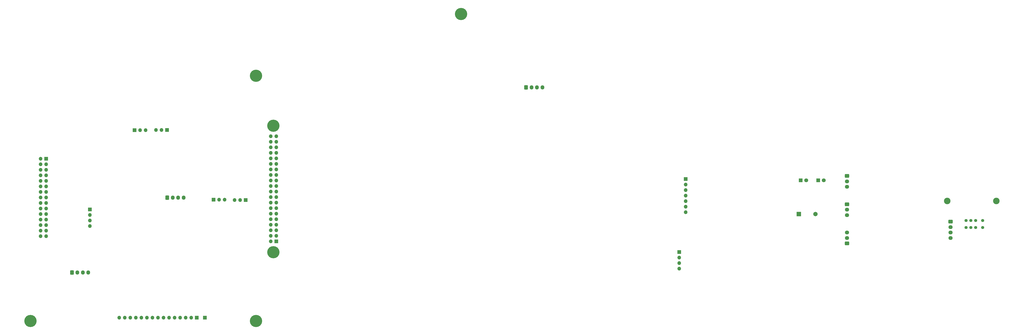
<source format=gbr>
%TF.GenerationSoftware,KiCad,Pcbnew,8.0.3-8.0.3-0~ubuntu22.04.1*%
%TF.CreationDate,2024-07-11T11:22:03+05:30*%
%TF.ProjectId,DUT_Interface_board_v0.2,4455545f-496e-4746-9572-666163655f62,rev?*%
%TF.SameCoordinates,Original*%
%TF.FileFunction,Copper,L2,Inr*%
%TF.FilePolarity,Positive*%
%FSLAX46Y46*%
G04 Gerber Fmt 4.6, Leading zero omitted, Abs format (unit mm)*
G04 Created by KiCad (PCBNEW 8.0.3-8.0.3-0~ubuntu22.04.1) date 2024-07-11 11:22:03*
%MOMM*%
%LPD*%
G01*
G04 APERTURE LIST*
G04 Aperture macros list*
%AMRoundRect*
0 Rectangle with rounded corners*
0 $1 Rounding radius*
0 $2 $3 $4 $5 $6 $7 $8 $9 X,Y pos of 4 corners*
0 Add a 4 corners polygon primitive as box body*
4,1,4,$2,$3,$4,$5,$6,$7,$8,$9,$2,$3,0*
0 Add four circle primitives for the rounded corners*
1,1,$1+$1,$2,$3*
1,1,$1+$1,$4,$5*
1,1,$1+$1,$6,$7*
1,1,$1+$1,$8,$9*
0 Add four rect primitives between the rounded corners*
20,1,$1+$1,$2,$3,$4,$5,0*
20,1,$1+$1,$4,$5,$6,$7,0*
20,1,$1+$1,$6,$7,$8,$9,0*
20,1,$1+$1,$8,$9,$2,$3,0*%
G04 Aperture macros list end*
%TA.AperFunction,ComponentPad*%
%ADD10RoundRect,0.250000X-0.600000X-0.725000X0.600000X-0.725000X0.600000X0.725000X-0.600000X0.725000X0*%
%TD*%
%TA.AperFunction,ComponentPad*%
%ADD11O,1.700000X1.950000*%
%TD*%
%TA.AperFunction,ComponentPad*%
%ADD12C,1.400000*%
%TD*%
%TA.AperFunction,ComponentPad*%
%ADD13C,5.600000*%
%TD*%
%TA.AperFunction,ComponentPad*%
%ADD14R,1.700000X1.700000*%
%TD*%
%TA.AperFunction,ComponentPad*%
%ADD15O,1.700000X1.700000*%
%TD*%
%TA.AperFunction,ComponentPad*%
%ADD16R,1.800000X1.800000*%
%TD*%
%TA.AperFunction,ComponentPad*%
%ADD17C,1.800000*%
%TD*%
%TA.AperFunction,ComponentPad*%
%ADD18RoundRect,0.250000X-0.725000X0.600000X-0.725000X-0.600000X0.725000X-0.600000X0.725000X0.600000X0*%
%TD*%
%TA.AperFunction,ComponentPad*%
%ADD19O,1.950000X1.700000*%
%TD*%
%TA.AperFunction,ComponentPad*%
%ADD20C,3.000000*%
%TD*%
%TA.AperFunction,ComponentPad*%
%ADD21RoundRect,0.250000X0.725000X-0.600000X0.725000X0.600000X-0.725000X0.600000X-0.725000X-0.600000X0*%
%TD*%
%TA.AperFunction,ComponentPad*%
%ADD22R,2.000000X2.000000*%
%TD*%
%TA.AperFunction,ComponentPad*%
%ADD23C,2.000000*%
%TD*%
G04 APERTURE END LIST*
D10*
%TO.N,+3V3*%
%TO.C,J17*%
X110950000Y-125310000D03*
D11*
%TO.N,/RP2040_basic_schema/TX*%
X113450000Y-125310000D03*
%TO.N,/RP2040_basic_schema/RX*%
X115950000Y-125310000D03*
%TO.N,GND*%
X118450000Y-125310000D03*
%TD*%
D12*
%TO.N,VSYS*%
%TO.C,K1*%
X528700000Y-101500000D03*
%TO.N,/PP_OUT*%
X525500000Y-101500000D03*
%TO.N,Net-(F1-Pad1)*%
X523300000Y-101500000D03*
%TO.N,+3.6V*%
X521100000Y-101500000D03*
%TO.N,GND*%
X521100000Y-104700000D03*
%TO.N,/pwr_GND*%
X523300000Y-104700000D03*
%TO.N,/PP_GND*%
X525500000Y-104700000D03*
%TO.N,Net-(D1-A)*%
X528700000Y-104700000D03*
%TD*%
D10*
%TO.N,/sens_SCL_ext*%
%TO.C,J10*%
X319292500Y-40320000D03*
D11*
%TO.N,/sens_SDA_ext*%
X321792500Y-40320000D03*
%TO.N,/V_I2C*%
X324292500Y-40320000D03*
%TO.N,GND*%
X326792500Y-40320000D03*
%TD*%
D13*
%TO.N,unconnected-(H1-Pad1)*%
%TO.C,H1*%
X289468000Y-6606600D03*
%TD*%
D10*
%TO.N,+3V3*%
%TO.C,J19*%
X154679000Y-90982800D03*
D11*
%TO.N,/RP2040_basic_schema1/TX*%
X157179000Y-90982800D03*
%TO.N,/RP2040_basic_schema1/RX*%
X159679000Y-90982800D03*
%TO.N,GND*%
X162179000Y-90982800D03*
%TD*%
D14*
%TO.N,GNDA*%
%TO.C,J5*%
X99160000Y-73090000D03*
D15*
%TO.N,/1+*%
X96620000Y-73090000D03*
%TO.N,GNDA*%
X99160000Y-75630000D03*
%TO.N,/2+*%
X96620000Y-75630000D03*
%TO.N,GND*%
X99160000Y-78170000D03*
X96620000Y-78170000D03*
%TO.N,/V-*%
X99160000Y-80710000D03*
%TO.N,/V+*%
X96620000Y-80710000D03*
%TO.N,/W2*%
X99160000Y-83250000D03*
%TO.N,/W1*%
X96620000Y-83250000D03*
%TO.N,GND*%
X99160000Y-85790000D03*
X96620000Y-85790000D03*
%TO.N,/T2*%
X99160000Y-88330000D03*
%TO.N,/T1*%
X96620000Y-88330000D03*
%TO.N,/DIO8*%
X99160000Y-90870000D03*
%TO.N,/DIO0*%
X96620000Y-90870000D03*
%TO.N,/DIO9*%
X99160000Y-93410000D03*
%TO.N,/DIO1*%
X96620000Y-93410000D03*
%TO.N,/DIO10*%
X99160000Y-95950000D03*
%TO.N,/DIO2*%
X96620000Y-95950000D03*
%TO.N,/DIO11*%
X99160000Y-98490000D03*
%TO.N,/DIO3*%
X96620000Y-98490000D03*
%TO.N,/DIO12*%
X99160000Y-101030000D03*
%TO.N,/DIO4*%
X96620000Y-101030000D03*
%TO.N,/DIO13*%
X99160000Y-103570000D03*
%TO.N,/DIO5*%
X96620000Y-103570000D03*
%TO.N,/DIO14*%
X99160000Y-106110000D03*
%TO.N,/DIO6*%
X96620000Y-106110000D03*
%TO.N,/DIO15*%
X99160000Y-108650000D03*
%TO.N,/DIO7*%
X96620000Y-108650000D03*
%TD*%
D13*
%TO.N,unconnected-(H2-Pad1)*%
%TO.C,H2*%
X203395000Y-116030000D03*
%TD*%
%TO.N,unconnected-(H3-Pad1)*%
%TO.C,H3*%
X203370000Y-57928221D03*
%TD*%
%TO.N,unconnected-(H5-Pad1)*%
%TO.C,H5*%
X195376800Y-147574000D03*
%TD*%
D14*
%TO.N,unconnected-(J4-3V3-Pad1)*%
%TO.C,J4*%
X204670000Y-111070000D03*
D15*
%TO.N,RPi_5V*%
X202130000Y-111070000D03*
%TO.N,Net-(J4-SDA{slash}GPIO2)*%
X204670000Y-108530000D03*
%TO.N,RPi_5V*%
X202130000Y-108530000D03*
%TO.N,Net-(J4-SCL{slash}GPIO3)*%
X204670000Y-105990000D03*
%TO.N,GND*%
X202130000Y-105990000D03*
%TO.N,unconnected-(J4-GCLK0{slash}GPIO4-Pad7)*%
X204670000Y-103450000D03*
%TO.N,/PicoA_RX0_OUT*%
X202130000Y-103450000D03*
%TO.N,GND*%
X204670000Y-100910000D03*
%TO.N,/PicoA_TX0_OUT*%
X202130000Y-100910000D03*
%TO.N,unconnected-(J4-GPIO17-Pad11)*%
X204670000Y-98370000D03*
%TO.N,Net-(J4-GPIO18{slash}PWM0)*%
X202130000Y-98370000D03*
%TO.N,Net-(J4-GPIO27)*%
X204670000Y-95830000D03*
%TO.N,GND*%
X202130000Y-95830000D03*
%TO.N,Net-(J4-GPIO22)*%
X204670000Y-93290000D03*
%TO.N,Net-(J4-GPIO23)*%
X202130000Y-93290000D03*
%TO.N,unconnected-(J4-3V3-Pad17)*%
X204670000Y-90750000D03*
%TO.N,Net-(J4-GPIO24)*%
X202130000Y-90750000D03*
%TO.N,unconnected-(J4-MOSI0{slash}GPIO10-Pad19)*%
X204670000Y-88210000D03*
%TO.N,GND*%
X202130000Y-88210000D03*
%TO.N,unconnected-(J4-MISO0{slash}GPIO9-Pad21)*%
X204670000Y-85670000D03*
%TO.N,Net-(J4-GPIO25)*%
X202130000Y-85670000D03*
%TO.N,unconnected-(J4-SCLK0{slash}GPIO11-Pad23)*%
X204670000Y-83130000D03*
%TO.N,unconnected-(J4-~{CE0}{slash}GPIO8-Pad24)*%
X202130000Y-83130000D03*
%TO.N,GND*%
X204670000Y-80590000D03*
%TO.N,unconnected-(J4-~{CE1}{slash}GPIO7-Pad26)*%
X202130000Y-80590000D03*
%TO.N,/PicoB_RX0_OUT*%
X204670000Y-78050000D03*
%TO.N,/PicoB_TX0_OUT*%
X202130000Y-78050000D03*
%TO.N,unconnected-(J4-GCLK1{slash}GPIO5-Pad29)*%
X204670000Y-75510000D03*
%TO.N,GND*%
X202130000Y-75510000D03*
%TO.N,unconnected-(J4-GCLK2{slash}GPIO6-Pad31)*%
X204670000Y-72970000D03*
%TO.N,unconnected-(J4-PWM0{slash}GPIO12-Pad32)*%
X202130000Y-72970000D03*
%TO.N,unconnected-(J4-PWM1{slash}GPIO13-Pad33)*%
X204670000Y-70430000D03*
%TO.N,GND*%
X202130000Y-70430000D03*
%TO.N,unconnected-(J4-GPIO19{slash}MISO1-Pad35)*%
X204670000Y-67890000D03*
%TO.N,unconnected-(J4-GPIO16-Pad36)*%
X202130000Y-67890000D03*
%TO.N,Net-(J4-GPIO26)*%
X204670000Y-65350000D03*
%TO.N,unconnected-(J4-GPIO20{slash}MOSI1-Pad38)*%
X202130000Y-65350000D03*
%TO.N,GND*%
X204670000Y-62810000D03*
%TO.N,unconnected-(J4-GPIO21{slash}SCLK1-Pad40)*%
X202130000Y-62810000D03*
%TD*%
D14*
%TO.N,/SWCLK*%
%TO.C,J18*%
X154622000Y-59847800D03*
D15*
%TO.N,GND*%
X152082000Y-59847800D03*
%TO.N,/SWD*%
X149542000Y-59847800D03*
%TD*%
D16*
%TO.N,Net-(D5-K)*%
%TO.C,D5*%
X445285000Y-83000000D03*
D17*
%TO.N,/LED_RED*%
X447825000Y-83000000D03*
%TD*%
D14*
%TO.N,Net-(J22-Pin_1)*%
%TO.C,J22*%
X171907200Y-146100800D03*
%TD*%
%TO.N,/VBUS*%
%TO.C,J3*%
X389500000Y-115960000D03*
D15*
%TO.N,/2D-*%
X389500000Y-118500000D03*
%TO.N,/2D+*%
X389500000Y-121040000D03*
%TO.N,GND*%
X389500000Y-123580000D03*
%TD*%
D13*
%TO.N,unconnected-(H6-Pad1)*%
%TO.C,H6*%
X195376800Y-35026600D03*
%TD*%
%TO.N,unconnected-(H4-Pad1)*%
%TO.C,H4*%
X91948000Y-147574000D03*
%TD*%
D14*
%TO.N,Net-(J24-Pin_1)*%
%TO.C,J24*%
X139692000Y-59997800D03*
D15*
%TO.N,/MCU2_RESET*%
X142232000Y-59997800D03*
%TO.N,Net-(J24-Pin_3)*%
X144772000Y-59997800D03*
%TD*%
D14*
%TO.N,Net-(J23-Pin_1)*%
%TO.C,J23*%
X175964900Y-91918600D03*
D15*
%TO.N,/MCU1_RESET*%
X178504900Y-91918600D03*
%TO.N,Net-(J23-Pin_3)*%
X181044900Y-91918600D03*
%TD*%
D14*
%TO.N,/VBUS*%
%TO.C,J1*%
X119204600Y-96413400D03*
D15*
%TO.N,/1D-*%
X119204600Y-98953400D03*
%TO.N,/1D+*%
X119204600Y-101493400D03*
%TO.N,GND*%
X119204600Y-104033400D03*
%TD*%
D14*
%TO.N,Net-(J22-Pin_1)*%
%TO.C,J9*%
X168182000Y-146100800D03*
D15*
%TO.N,unconnected-(J9-Pin_2-Pad2)*%
X165642000Y-146100800D03*
%TO.N,Net-(J25-Pin_2)*%
X163102000Y-146100800D03*
%TO.N,Net-(J25-Pin_4)*%
X160562000Y-146100800D03*
%TO.N,unconnected-(J9-Pin_5-Pad5)*%
X158022000Y-146100800D03*
%TO.N,Net-(J20-Pin_2)*%
X155482000Y-146100800D03*
%TO.N,Net-(J20-Pin_4)*%
X152942000Y-146100800D03*
%TO.N,Net-(J20-Pin_6)*%
X150402000Y-146100800D03*
%TO.N,Net-(J20-Pin_8)*%
X147862000Y-146100800D03*
%TO.N,Net-(J20-Pin_10)*%
X145322000Y-146100800D03*
%TO.N,Net-(J20-Pin_12)*%
X142782000Y-146100800D03*
%TO.N,Net-(J20-Pin_14)*%
X140242000Y-146100800D03*
%TO.N,Net-(J20-Pin_16)*%
X137702000Y-146100800D03*
%TO.N,unconnected-(J9-Pin_14-Pad14)*%
X135162000Y-146100800D03*
%TO.N,GND*%
X132622000Y-146100800D03*
%TD*%
D18*
%TO.N,VSYS*%
%TO.C,J12*%
X466500000Y-94000000D03*
D19*
%TO.N,/R_Servo*%
X466500000Y-96500000D03*
%TO.N,GND*%
X466500000Y-99000000D03*
%TD*%
D16*
%TO.N,Net-(D6-K)*%
%TO.C,D6*%
X453285000Y-83000000D03*
D17*
%TO.N,/LED_GREEN*%
X455825000Y-83000000D03*
%TD*%
D14*
%TO.N,/SWCLK*%
%TO.C,J16*%
X190642400Y-92033600D03*
D15*
%TO.N,GND*%
X188102400Y-92033600D03*
%TO.N,/SWD*%
X185562400Y-92033600D03*
%TD*%
D18*
%TO.N,/PP_GND*%
%TO.C,J2*%
X514000000Y-102000000D03*
D19*
%TO.N,/PP_OUT*%
X514000000Y-104500000D03*
%TO.N,/PP_IN*%
X514000000Y-107000000D03*
%TO.N,/PP_GND*%
X514000000Y-109500000D03*
%TD*%
D20*
%TO.N,Net-(F1-Pad1)*%
%TO.C,F1*%
X535000000Y-92500000D03*
%TO.N,/shunt_+*%
X512500000Y-92500000D03*
%TD*%
D14*
%TO.N,VSYS*%
%TO.C,J6*%
X392542500Y-82425000D03*
D15*
%TO.N,GND*%
X392542500Y-84965000D03*
%TO.N,+3V3*%
X392542500Y-87505000D03*
%TO.N,/sens_SCL_ext*%
X392542500Y-90045000D03*
%TO.N,/sens_SDA_ext*%
X392542500Y-92585000D03*
%TO.N,/clr_sens_INT*%
X392542500Y-95125000D03*
%TO.N,/clr_sens_LED*%
X392542500Y-97665000D03*
%TD*%
D21*
%TO.N,+3V3*%
%TO.C,J11*%
X466500000Y-112000000D03*
D19*
%TO.N,Net-(J11-Pin_2)*%
X466500000Y-109500000D03*
%TO.N,GND*%
X466500000Y-107000000D03*
%TD*%
D18*
%TO.N,VSYS*%
%TO.C,J13*%
X466500000Y-81000000D03*
D19*
%TO.N,/B_Servo*%
X466500000Y-83500000D03*
%TO.N,GND*%
X466500000Y-86000000D03*
%TD*%
D22*
%TO.N,VSYS*%
%TO.C,BZ1*%
X444423431Y-98470000D03*
D23*
%TO.N,Net-(BZ1--)*%
X452023431Y-98470000D03*
%TD*%
M02*

</source>
